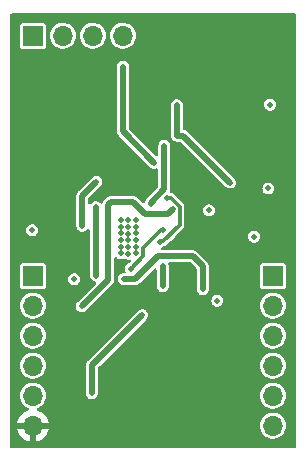
<source format=gbr>
%TF.GenerationSoftware,KiCad,Pcbnew,7.0.9*%
%TF.CreationDate,2024-04-10T11:27:04+02:00*%
%TF.ProjectId,Test_1_PD,54657374-5f31-45f5-9044-2e6b69636164,rev?*%
%TF.SameCoordinates,Original*%
%TF.FileFunction,Copper,L3,Inr*%
%TF.FilePolarity,Positive*%
%FSLAX46Y46*%
G04 Gerber Fmt 4.6, Leading zero omitted, Abs format (unit mm)*
G04 Created by KiCad (PCBNEW 7.0.9) date 2024-04-10 11:27:04*
%MOMM*%
%LPD*%
G01*
G04 APERTURE LIST*
%TA.AperFunction,ComponentPad*%
%ADD10R,1.700000X1.700000*%
%TD*%
%TA.AperFunction,ComponentPad*%
%ADD11O,1.700000X1.700000*%
%TD*%
%TA.AperFunction,ViaPad*%
%ADD12C,0.500000*%
%TD*%
%TA.AperFunction,Conductor*%
%ADD13C,0.500000*%
%TD*%
%TA.AperFunction,Conductor*%
%ADD14C,0.300000*%
%TD*%
G04 APERTURE END LIST*
D10*
%TO.N,unconnected-(J1-Pin_1-Pad1)*%
%TO.C,J1*%
X71120000Y-116840000D03*
D11*
%TO.N,unconnected-(J1-Pin_2-Pad2)*%
X73660000Y-116840000D03*
%TO.N,GND*%
X76200000Y-116840000D03*
%TO.N,Net-(IC1-OUT)*%
X78740000Y-116840000D03*
%TD*%
D10*
%TO.N,/PODL+*%
%TO.C,J2*%
X71120000Y-137160000D03*
D11*
%TO.N,unconnected-(J2-Pin_2-Pad2)*%
X71120000Y-139700000D03*
%TO.N,unconnected-(J2-Pin_3-Pad3)*%
X71120000Y-142240000D03*
%TO.N,unconnected-(J2-Pin_4-Pad4)*%
X71120000Y-144780000D03*
%TO.N,unconnected-(J2-Pin_5-Pad5)*%
X71120000Y-147320000D03*
%TO.N,/PODL-*%
X71120000Y-149860000D03*
%TD*%
D10*
%TO.N,GND*%
%TO.C,J3*%
X91440000Y-137160000D03*
D11*
%TO.N,unconnected-(J3-Pin_2-Pad2)*%
X91440000Y-139700000D03*
%TO.N,unconnected-(J3-Pin_3-Pad3)*%
X91440000Y-142240000D03*
%TO.N,unconnected-(J3-Pin_4-Pad4)*%
X91440000Y-144780000D03*
%TO.N,unconnected-(J3-Pin_5-Pad5)*%
X91440000Y-147320000D03*
%TO.N,GND*%
X91440000Y-149860000D03*
%TD*%
D12*
%TO.N,Net-(D1-K)*%
X75300000Y-132950000D03*
X76500000Y-129200000D03*
%TO.N,Net-(D1-A)*%
X77750000Y-130900000D03*
X83300000Y-122750000D03*
X82950000Y-131550000D03*
X87800000Y-129275000D03*
X75250000Y-139750000D03*
%TO.N,Net-(D2-A)*%
X80350000Y-140500000D03*
X76450000Y-131350000D03*
X76100000Y-147100000D03*
X85500000Y-138300000D03*
X76500000Y-137150000D03*
X78800000Y-137450000D03*
X85500000Y-136350000D03*
%TO.N,GND*%
X78575000Y-133000000D03*
X89850000Y-133850000D03*
X86725000Y-139275000D03*
X79200000Y-133600000D03*
X79825000Y-135275000D03*
X78575000Y-132425000D03*
X79200000Y-133025000D03*
X78575000Y-133575000D03*
X79825000Y-133575000D03*
X79200000Y-135300000D03*
X78575000Y-134700000D03*
X86028080Y-131626757D03*
X79825000Y-134150000D03*
X79200000Y-134725000D03*
X79825000Y-134700000D03*
X78575000Y-134150000D03*
X91050000Y-129775000D03*
X71050000Y-133300000D03*
X79200000Y-134175000D03*
X79825000Y-133000000D03*
X79200000Y-132450000D03*
X91200000Y-122675000D03*
X74600000Y-137450000D03*
X78575000Y-135275000D03*
X79825000Y-132425000D03*
%TO.N,Net-(IC1-CLASSC)*%
X82136102Y-133323487D03*
X79400000Y-136550000D03*
%TO.N,Net-(IC1-SCCP)*%
X82100000Y-138050000D03*
X82100000Y-136350000D03*
%TO.N,Net-(IC1-LGATE1)*%
X82484975Y-130604975D03*
X81874265Y-134274265D03*
%TO.N,Net-(IC1-OUT)*%
X81400000Y-127600000D03*
X78750000Y-119450000D03*
%TO.N,Net-(IC1-GATE)*%
X81108170Y-131055108D03*
X82250000Y-126150000D03*
%TO.N,/PODL-*%
X86050000Y-145500000D03*
%TD*%
D13*
%TO.N,Net-(D1-K)*%
X75300000Y-130400000D02*
X76500000Y-129200000D01*
X75300000Y-132950000D02*
X75300000Y-130400000D01*
%TO.N,Net-(D1-A)*%
X82950000Y-131550000D02*
X82550000Y-131950000D01*
X77500000Y-137500000D02*
X75250000Y-139750000D01*
X77750000Y-130900000D02*
X77500000Y-131150000D01*
X82550000Y-131950000D02*
X80647918Y-131950000D01*
X80647918Y-131950000D02*
X79597918Y-130900000D01*
X77500000Y-131150000D02*
X77500000Y-137500000D01*
X83300000Y-122725000D02*
X83300000Y-122750000D01*
X83300000Y-125298000D02*
X83823000Y-125298000D01*
X79597918Y-130900000D02*
X77750000Y-130900000D01*
X83823000Y-125298000D02*
X87800000Y-129275000D01*
X83300000Y-122750000D02*
X83300000Y-125298000D01*
%TO.N,Net-(D2-A)*%
X85500000Y-138300000D02*
X85500000Y-136350000D01*
X76450000Y-137100000D02*
X76500000Y-137150000D01*
X76100000Y-144750000D02*
X80350000Y-140500000D01*
X81747918Y-135500000D02*
X84650000Y-135500000D01*
X76100000Y-147100000D02*
X76100000Y-144750000D01*
X84650000Y-135500000D02*
X85500000Y-136350000D01*
X76450000Y-131350000D02*
X76450000Y-137100000D01*
X79797918Y-137450000D02*
X81747918Y-135500000D01*
X78800000Y-137450000D02*
X79797918Y-137450000D01*
D14*
%TO.N,Net-(IC1-CLASSC)*%
X80450000Y-134850000D02*
X80450000Y-135500000D01*
X81976513Y-133323487D02*
X80450000Y-134850000D01*
X80450000Y-135500000D02*
X79400000Y-136550000D01*
X82136102Y-133323487D02*
X81976513Y-133323487D01*
D13*
%TO.N,Net-(IC1-SCCP)*%
X82100000Y-138050000D02*
X82100000Y-136350000D01*
D14*
%TO.N,Net-(IC1-LGATE1)*%
X83550000Y-131301471D02*
X82821684Y-130573155D01*
X82156945Y-134242445D02*
X83550000Y-132849390D01*
X83550000Y-132849390D02*
X83550000Y-131301471D01*
X82821684Y-130573155D02*
X82453155Y-130573155D01*
X81842445Y-134242445D02*
X82156945Y-134242445D01*
D13*
%TO.N,Net-(IC1-OUT)*%
X78750000Y-124950000D02*
X81400000Y-127600000D01*
X78750000Y-119450000D02*
X78750000Y-124950000D01*
%TO.N,Net-(IC1-GATE)*%
X82250000Y-129800000D02*
X82250000Y-129850000D01*
X81108170Y-130991830D02*
X81108170Y-131055108D01*
X82250000Y-129850000D02*
X81108170Y-130991830D01*
X82250000Y-126150000D02*
X82250000Y-129800000D01*
%TD*%
%TA.AperFunction,Conductor*%
%TO.N,/PODL-*%
G36*
X93342539Y-114970185D02*
G01*
X93388294Y-115022989D01*
X93399500Y-115074500D01*
X93399500Y-151625500D01*
X93379815Y-151692539D01*
X93327011Y-151738294D01*
X93275500Y-151749500D01*
X69324500Y-151749500D01*
X69257461Y-151729815D01*
X69211706Y-151677011D01*
X69200500Y-151625500D01*
X69200500Y-150110000D01*
X69789364Y-150110000D01*
X69846567Y-150323486D01*
X69846570Y-150323492D01*
X69946399Y-150537578D01*
X70081894Y-150731082D01*
X70248917Y-150898105D01*
X70442421Y-151033600D01*
X70656507Y-151133429D01*
X70656516Y-151133433D01*
X70870000Y-151190634D01*
X70870000Y-150295501D01*
X70977685Y-150344680D01*
X71084237Y-150360000D01*
X71155763Y-150360000D01*
X71262315Y-150344680D01*
X71370000Y-150295501D01*
X71370000Y-151190633D01*
X71583483Y-151133433D01*
X71583492Y-151133429D01*
X71797578Y-151033600D01*
X71991082Y-150898105D01*
X72158105Y-150731082D01*
X72293600Y-150537578D01*
X72393429Y-150323492D01*
X72393432Y-150323486D01*
X72450636Y-150110000D01*
X71553686Y-150110000D01*
X71579493Y-150069844D01*
X71620000Y-149931889D01*
X71620000Y-149860000D01*
X90334785Y-149860000D01*
X90353602Y-150063082D01*
X90409417Y-150259247D01*
X90409422Y-150259260D01*
X90500327Y-150441821D01*
X90623237Y-150604581D01*
X90773958Y-150741980D01*
X90773960Y-150741982D01*
X90873141Y-150803392D01*
X90947363Y-150849348D01*
X91137544Y-150923024D01*
X91338024Y-150960500D01*
X91338026Y-150960500D01*
X91541974Y-150960500D01*
X91541976Y-150960500D01*
X91742456Y-150923024D01*
X91932637Y-150849348D01*
X92106041Y-150741981D01*
X92256764Y-150604579D01*
X92379673Y-150441821D01*
X92470582Y-150259250D01*
X92526397Y-150063083D01*
X92545215Y-149860000D01*
X92526397Y-149656917D01*
X92470582Y-149460750D01*
X92379673Y-149278179D01*
X92256764Y-149115421D01*
X92256762Y-149115418D01*
X92106041Y-148978019D01*
X92106039Y-148978017D01*
X91932642Y-148870655D01*
X91932635Y-148870651D01*
X91806769Y-148821891D01*
X91742456Y-148796976D01*
X91541976Y-148759500D01*
X91338024Y-148759500D01*
X91137544Y-148796976D01*
X91137541Y-148796976D01*
X91137541Y-148796977D01*
X90947364Y-148870651D01*
X90947357Y-148870655D01*
X90773960Y-148978017D01*
X90773958Y-148978019D01*
X90623237Y-149115418D01*
X90500327Y-149278178D01*
X90409422Y-149460739D01*
X90409417Y-149460752D01*
X90353602Y-149656917D01*
X90334785Y-149859999D01*
X90334785Y-149860000D01*
X71620000Y-149860000D01*
X71620000Y-149788111D01*
X71579493Y-149650156D01*
X71553686Y-149610000D01*
X72450636Y-149610000D01*
X72450635Y-149609999D01*
X72393432Y-149396513D01*
X72393429Y-149396507D01*
X72293600Y-149182422D01*
X72293599Y-149182420D01*
X72158113Y-148988926D01*
X72158108Y-148988920D01*
X71991082Y-148821894D01*
X71797578Y-148686399D01*
X71583492Y-148586570D01*
X71583477Y-148586564D01*
X71544414Y-148576097D01*
X71484754Y-148539732D01*
X71454226Y-148476885D01*
X71462521Y-148407509D01*
X71507007Y-148353632D01*
X71531710Y-148340698D01*
X71612637Y-148309348D01*
X71786041Y-148201981D01*
X71936764Y-148064579D01*
X72059673Y-147901821D01*
X72150582Y-147719250D01*
X72206397Y-147523083D01*
X72225215Y-147320000D01*
X72206397Y-147116917D01*
X72201583Y-147099999D01*
X75594353Y-147099999D01*
X75599500Y-147135798D01*
X75614834Y-147242456D01*
X75650248Y-147320000D01*
X75674623Y-147373373D01*
X75768872Y-147482143D01*
X75889947Y-147559953D01*
X75889950Y-147559954D01*
X75889949Y-147559954D01*
X76028036Y-147600499D01*
X76028038Y-147600500D01*
X76028039Y-147600500D01*
X76171962Y-147600500D01*
X76171962Y-147600499D01*
X76310053Y-147559953D01*
X76431128Y-147482143D01*
X76525377Y-147373373D01*
X76549752Y-147320000D01*
X90334785Y-147320000D01*
X90353602Y-147523082D01*
X90409417Y-147719247D01*
X90409422Y-147719260D01*
X90500327Y-147901821D01*
X90623237Y-148064581D01*
X90773958Y-148201980D01*
X90773960Y-148201982D01*
X90873141Y-148263392D01*
X90947363Y-148309348D01*
X91137544Y-148383024D01*
X91338024Y-148420500D01*
X91338026Y-148420500D01*
X91541974Y-148420500D01*
X91541976Y-148420500D01*
X91742456Y-148383024D01*
X91932637Y-148309348D01*
X92106041Y-148201981D01*
X92256764Y-148064579D01*
X92379673Y-147901821D01*
X92470582Y-147719250D01*
X92526397Y-147523083D01*
X92545215Y-147320000D01*
X92526397Y-147116917D01*
X92470582Y-146920750D01*
X92379673Y-146738179D01*
X92256764Y-146575421D01*
X92256762Y-146575418D01*
X92106041Y-146438019D01*
X92106039Y-146438017D01*
X91932642Y-146330655D01*
X91932635Y-146330651D01*
X91837546Y-146293814D01*
X91742456Y-146256976D01*
X91541976Y-146219500D01*
X91338024Y-146219500D01*
X91137544Y-146256976D01*
X91137541Y-146256976D01*
X91137541Y-146256977D01*
X90947364Y-146330651D01*
X90947357Y-146330655D01*
X90773960Y-146438017D01*
X90773958Y-146438019D01*
X90623237Y-146575418D01*
X90500327Y-146738178D01*
X90409422Y-146920739D01*
X90409417Y-146920752D01*
X90353602Y-147116917D01*
X90334785Y-147319999D01*
X90334785Y-147320000D01*
X76549752Y-147320000D01*
X76585165Y-147242457D01*
X76600500Y-147135799D01*
X76600500Y-147135798D01*
X76605647Y-147100000D01*
X76601762Y-147072977D01*
X76600500Y-147055331D01*
X76600500Y-145008675D01*
X76620185Y-144941636D01*
X76636814Y-144920999D01*
X76777813Y-144780000D01*
X90334785Y-144780000D01*
X90353602Y-144983082D01*
X90409417Y-145179247D01*
X90409422Y-145179260D01*
X90500327Y-145361821D01*
X90623237Y-145524581D01*
X90773958Y-145661980D01*
X90773960Y-145661982D01*
X90873141Y-145723392D01*
X90947363Y-145769348D01*
X91137544Y-145843024D01*
X91338024Y-145880500D01*
X91338026Y-145880500D01*
X91541974Y-145880500D01*
X91541976Y-145880500D01*
X91742456Y-145843024D01*
X91932637Y-145769348D01*
X92106041Y-145661981D01*
X92256764Y-145524579D01*
X92379673Y-145361821D01*
X92470582Y-145179250D01*
X92526397Y-144983083D01*
X92545215Y-144780000D01*
X92526397Y-144576917D01*
X92470582Y-144380750D01*
X92462860Y-144365243D01*
X92426272Y-144291764D01*
X92379673Y-144198179D01*
X92256764Y-144035421D01*
X92256762Y-144035418D01*
X92106041Y-143898019D01*
X92106039Y-143898017D01*
X91932642Y-143790655D01*
X91932635Y-143790651D01*
X91837546Y-143753814D01*
X91742456Y-143716976D01*
X91541976Y-143679500D01*
X91338024Y-143679500D01*
X91137544Y-143716976D01*
X91137541Y-143716976D01*
X91137541Y-143716977D01*
X90947364Y-143790651D01*
X90947357Y-143790655D01*
X90773960Y-143898017D01*
X90773958Y-143898019D01*
X90623237Y-144035418D01*
X90500327Y-144198178D01*
X90409422Y-144380739D01*
X90409417Y-144380752D01*
X90353602Y-144576917D01*
X90334785Y-144779999D01*
X90334785Y-144780000D01*
X76777813Y-144780000D01*
X79317812Y-142240000D01*
X90334785Y-142240000D01*
X90353602Y-142443082D01*
X90409417Y-142639247D01*
X90409422Y-142639260D01*
X90500327Y-142821821D01*
X90623237Y-142984581D01*
X90773958Y-143121980D01*
X90773960Y-143121982D01*
X90873141Y-143183392D01*
X90947363Y-143229348D01*
X91137544Y-143303024D01*
X91338024Y-143340500D01*
X91338026Y-143340500D01*
X91541974Y-143340500D01*
X91541976Y-143340500D01*
X91742456Y-143303024D01*
X91932637Y-143229348D01*
X92106041Y-143121981D01*
X92256764Y-142984579D01*
X92379673Y-142821821D01*
X92470582Y-142639250D01*
X92526397Y-142443083D01*
X92545215Y-142240000D01*
X92526397Y-142036917D01*
X92470582Y-141840750D01*
X92379673Y-141658179D01*
X92256764Y-141495421D01*
X92256762Y-141495418D01*
X92106041Y-141358019D01*
X92106039Y-141358017D01*
X91932642Y-141250655D01*
X91932635Y-141250651D01*
X91837546Y-141213814D01*
X91742456Y-141176976D01*
X91541976Y-141139500D01*
X91338024Y-141139500D01*
X91137544Y-141176976D01*
X91137541Y-141176976D01*
X91137541Y-141176977D01*
X90947364Y-141250651D01*
X90947357Y-141250655D01*
X90773960Y-141358017D01*
X90773958Y-141358019D01*
X90623237Y-141495418D01*
X90500327Y-141658178D01*
X90409422Y-141840739D01*
X90409417Y-141840752D01*
X90353602Y-142036917D01*
X90334785Y-142239999D01*
X90334785Y-142240000D01*
X79317812Y-142240000D01*
X80656431Y-140901381D01*
X80677068Y-140884751D01*
X80681128Y-140882143D01*
X80715109Y-140842925D01*
X80718092Y-140839720D01*
X80729221Y-140828593D01*
X80738637Y-140816014D01*
X80741417Y-140812564D01*
X80775377Y-140773373D01*
X80777375Y-140768995D01*
X80790907Y-140746189D01*
X80793796Y-140742331D01*
X80811922Y-140693728D01*
X80813614Y-140689645D01*
X80813750Y-140689348D01*
X80835165Y-140642457D01*
X80835850Y-140637685D01*
X80842409Y-140611992D01*
X80844091Y-140607483D01*
X80847791Y-140555736D01*
X80848260Y-140551369D01*
X80855647Y-140500000D01*
X80854961Y-140495234D01*
X80854015Y-140468729D01*
X80854359Y-140463927D01*
X80843330Y-140413234D01*
X80842547Y-140408895D01*
X80835165Y-140357543D01*
X80833162Y-140353158D01*
X80824788Y-140327995D01*
X80823765Y-140323291D01*
X80798904Y-140277763D01*
X80796921Y-140273802D01*
X80775378Y-140226629D01*
X80775376Y-140226626D01*
X80772218Y-140222981D01*
X80757103Y-140201210D01*
X80754791Y-140196977D01*
X80718111Y-140160297D01*
X80715100Y-140157063D01*
X80681128Y-140117857D01*
X80681125Y-140117854D01*
X80677066Y-140115246D01*
X80656428Y-140098614D01*
X80653023Y-140095209D01*
X80607493Y-140070347D01*
X80603688Y-140068089D01*
X80585194Y-140056204D01*
X80560053Y-140040047D01*
X80555420Y-140038686D01*
X80530939Y-140028545D01*
X80526706Y-140026234D01*
X80526704Y-140026233D01*
X80526703Y-140026233D01*
X80495368Y-140019416D01*
X80476008Y-140015204D01*
X80471727Y-140014111D01*
X80421961Y-139999500D01*
X80417143Y-139999500D01*
X80390785Y-139996666D01*
X80386074Y-139995641D01*
X80386070Y-139995641D01*
X80347552Y-139998396D01*
X80334328Y-139999342D01*
X80329906Y-139999500D01*
X80278036Y-139999500D01*
X80273412Y-140000858D01*
X80247330Y-140005564D01*
X80242517Y-140005909D01*
X80242514Y-140005909D01*
X80242514Y-140005910D01*
X80193916Y-140024035D01*
X80189717Y-140025432D01*
X80139947Y-140040046D01*
X80139942Y-140040049D01*
X80135882Y-140042658D01*
X80112194Y-140054516D01*
X80107669Y-140056204D01*
X80066147Y-140087285D01*
X80062513Y-140089809D01*
X80018877Y-140117853D01*
X80018871Y-140117858D01*
X79984898Y-140157063D01*
X79981882Y-140160303D01*
X75793568Y-144348616D01*
X75772938Y-144365243D01*
X75768876Y-144367854D01*
X75768867Y-144367861D01*
X75734905Y-144407055D01*
X75731892Y-144410291D01*
X75720781Y-144421402D01*
X75711354Y-144433996D01*
X75708587Y-144437428D01*
X75695375Y-144452676D01*
X75674623Y-144476626D01*
X75674617Y-144476636D01*
X75672615Y-144481020D01*
X75659100Y-144503799D01*
X75656206Y-144507664D01*
X75656200Y-144507675D01*
X75638078Y-144556264D01*
X75636385Y-144560353D01*
X75614835Y-144607543D01*
X75614833Y-144607550D01*
X75614146Y-144612327D01*
X75607598Y-144637986D01*
X75605910Y-144642513D01*
X75605909Y-144642517D01*
X75602207Y-144694260D01*
X75601734Y-144698656D01*
X75599500Y-144714199D01*
X75599500Y-144729904D01*
X75599342Y-144734329D01*
X75595641Y-144786069D01*
X75595641Y-144786073D01*
X75596666Y-144790785D01*
X75599500Y-144817143D01*
X75599500Y-147055331D01*
X75598238Y-147072977D01*
X75594353Y-147099999D01*
X72201583Y-147099999D01*
X72150582Y-146920750D01*
X72059673Y-146738179D01*
X71936764Y-146575421D01*
X71936762Y-146575418D01*
X71786041Y-146438019D01*
X71786039Y-146438017D01*
X71612642Y-146330655D01*
X71612635Y-146330651D01*
X71517546Y-146293814D01*
X71422456Y-146256976D01*
X71221976Y-146219500D01*
X71018024Y-146219500D01*
X70817544Y-146256976D01*
X70817541Y-146256976D01*
X70817541Y-146256977D01*
X70627364Y-146330651D01*
X70627357Y-146330655D01*
X70453960Y-146438017D01*
X70453958Y-146438019D01*
X70303237Y-146575418D01*
X70180327Y-146738178D01*
X70089422Y-146920739D01*
X70089417Y-146920752D01*
X70033602Y-147116917D01*
X70014785Y-147319999D01*
X70014785Y-147320000D01*
X70033602Y-147523082D01*
X70089417Y-147719247D01*
X70089422Y-147719260D01*
X70180327Y-147901821D01*
X70303237Y-148064581D01*
X70453958Y-148201980D01*
X70453960Y-148201982D01*
X70553141Y-148263392D01*
X70627363Y-148309348D01*
X70708283Y-148340696D01*
X70763685Y-148383269D01*
X70787276Y-148449035D01*
X70771565Y-148517116D01*
X70721542Y-148565895D01*
X70695586Y-148576097D01*
X70656519Y-148586565D01*
X70656507Y-148586570D01*
X70442422Y-148686399D01*
X70442420Y-148686400D01*
X70248926Y-148821886D01*
X70248920Y-148821891D01*
X70081891Y-148988920D01*
X70081886Y-148988926D01*
X69946400Y-149182420D01*
X69946399Y-149182422D01*
X69846570Y-149396507D01*
X69846567Y-149396513D01*
X69789364Y-149609999D01*
X69789364Y-149610000D01*
X70686314Y-149610000D01*
X70660507Y-149650156D01*
X70620000Y-149788111D01*
X70620000Y-149931889D01*
X70660507Y-150069844D01*
X70686314Y-150110000D01*
X69789364Y-150110000D01*
X69200500Y-150110000D01*
X69200500Y-144780000D01*
X70014785Y-144780000D01*
X70033602Y-144983082D01*
X70089417Y-145179247D01*
X70089422Y-145179260D01*
X70180327Y-145361821D01*
X70303237Y-145524581D01*
X70453958Y-145661980D01*
X70453960Y-145661982D01*
X70553141Y-145723392D01*
X70627363Y-145769348D01*
X70817544Y-145843024D01*
X71018024Y-145880500D01*
X71018026Y-145880500D01*
X71221974Y-145880500D01*
X71221976Y-145880500D01*
X71422456Y-145843024D01*
X71612637Y-145769348D01*
X71786041Y-145661981D01*
X71936764Y-145524579D01*
X72059673Y-145361821D01*
X72150582Y-145179250D01*
X72206397Y-144983083D01*
X72225215Y-144780000D01*
X72206397Y-144576917D01*
X72150582Y-144380750D01*
X72142860Y-144365243D01*
X72106272Y-144291764D01*
X72059673Y-144198179D01*
X71936764Y-144035421D01*
X71936762Y-144035418D01*
X71786041Y-143898019D01*
X71786039Y-143898017D01*
X71612642Y-143790655D01*
X71612635Y-143790651D01*
X71517546Y-143753814D01*
X71422456Y-143716976D01*
X71221976Y-143679500D01*
X71018024Y-143679500D01*
X70817544Y-143716976D01*
X70817541Y-143716976D01*
X70817541Y-143716977D01*
X70627364Y-143790651D01*
X70627357Y-143790655D01*
X70453960Y-143898017D01*
X70453958Y-143898019D01*
X70303237Y-144035418D01*
X70180327Y-144198178D01*
X70089422Y-144380739D01*
X70089417Y-144380752D01*
X70033602Y-144576917D01*
X70014785Y-144779999D01*
X70014785Y-144780000D01*
X69200500Y-144780000D01*
X69200500Y-142240000D01*
X70014785Y-142240000D01*
X70033602Y-142443082D01*
X70089417Y-142639247D01*
X70089422Y-142639260D01*
X70180327Y-142821821D01*
X70303237Y-142984581D01*
X70453958Y-143121980D01*
X70453960Y-143121982D01*
X70553141Y-143183392D01*
X70627363Y-143229348D01*
X70817544Y-143303024D01*
X71018024Y-143340500D01*
X71018026Y-143340500D01*
X71221974Y-143340500D01*
X71221976Y-143340500D01*
X71422456Y-143303024D01*
X71612637Y-143229348D01*
X71786041Y-143121981D01*
X71936764Y-142984579D01*
X72059673Y-142821821D01*
X72150582Y-142639250D01*
X72206397Y-142443083D01*
X72225215Y-142240000D01*
X72206397Y-142036917D01*
X72150582Y-141840750D01*
X72059673Y-141658179D01*
X71936764Y-141495421D01*
X71936762Y-141495418D01*
X71786041Y-141358019D01*
X71786039Y-141358017D01*
X71612642Y-141250655D01*
X71612635Y-141250651D01*
X71517546Y-141213814D01*
X71422456Y-141176976D01*
X71221976Y-141139500D01*
X71018024Y-141139500D01*
X70817544Y-141176976D01*
X70817541Y-141176976D01*
X70817541Y-141176977D01*
X70627364Y-141250651D01*
X70627357Y-141250655D01*
X70453960Y-141358017D01*
X70453958Y-141358019D01*
X70303237Y-141495418D01*
X70180327Y-141658178D01*
X70089422Y-141840739D01*
X70089417Y-141840752D01*
X70033602Y-142036917D01*
X70014785Y-142239999D01*
X70014785Y-142240000D01*
X69200500Y-142240000D01*
X69200500Y-139700000D01*
X70014785Y-139700000D01*
X70033602Y-139903082D01*
X70089417Y-140099247D01*
X70089422Y-140099260D01*
X70180327Y-140281821D01*
X70303237Y-140444581D01*
X70453958Y-140581980D01*
X70453960Y-140581982D01*
X70522610Y-140624488D01*
X70627363Y-140689348D01*
X70817544Y-140763024D01*
X71018024Y-140800500D01*
X71018026Y-140800500D01*
X71221974Y-140800500D01*
X71221976Y-140800500D01*
X71422456Y-140763024D01*
X71612637Y-140689348D01*
X71786041Y-140581981D01*
X71936764Y-140444579D01*
X72059673Y-140281821D01*
X72150582Y-140099250D01*
X72206397Y-139903083D01*
X72220582Y-139750003D01*
X74744353Y-139750003D01*
X74745039Y-139754777D01*
X74745985Y-139781255D01*
X74745641Y-139786068D01*
X74745641Y-139786073D01*
X74756666Y-139836753D01*
X74757452Y-139841110D01*
X74764834Y-139892453D01*
X74764836Y-139892461D01*
X74766837Y-139896842D01*
X74775208Y-139921990D01*
X74776233Y-139926705D01*
X74776234Y-139926707D01*
X74801095Y-139972236D01*
X74803076Y-139976193D01*
X74824622Y-140023371D01*
X74824624Y-140023374D01*
X74827781Y-140027018D01*
X74842890Y-140048778D01*
X74845206Y-140053019D01*
X74845207Y-140053020D01*
X74845209Y-140053023D01*
X74881901Y-140089715D01*
X74884896Y-140092932D01*
X74890379Y-140099260D01*
X74918871Y-140132142D01*
X74918874Y-140132145D01*
X74922928Y-140134750D01*
X74943571Y-140151385D01*
X74946977Y-140154791D01*
X74961474Y-140162707D01*
X74992503Y-140179651D01*
X74996308Y-140181909D01*
X75024676Y-140200139D01*
X75039947Y-140209953D01*
X75044566Y-140211309D01*
X75069064Y-140221456D01*
X75073294Y-140223766D01*
X75123998Y-140234796D01*
X75128262Y-140235884D01*
X75156205Y-140244089D01*
X75178038Y-140250500D01*
X75178039Y-140250500D01*
X75182857Y-140250500D01*
X75209215Y-140253334D01*
X75213927Y-140254359D01*
X75265671Y-140250657D01*
X75270094Y-140250500D01*
X75321960Y-140250500D01*
X75321961Y-140250500D01*
X75326573Y-140249145D01*
X75352678Y-140244434D01*
X75357483Y-140244091D01*
X75406105Y-140225954D01*
X75410261Y-140224571D01*
X75460053Y-140209953D01*
X75464110Y-140207345D01*
X75487821Y-140195478D01*
X75492328Y-140193797D01*
X75492327Y-140193797D01*
X75492331Y-140193796D01*
X75533860Y-140162706D01*
X75537481Y-140160192D01*
X75581128Y-140132143D01*
X75615115Y-140092917D01*
X75618098Y-140089714D01*
X76432812Y-139275000D01*
X86219353Y-139275000D01*
X86239834Y-139417456D01*
X86299622Y-139548371D01*
X86299623Y-139548373D01*
X86393872Y-139657143D01*
X86514947Y-139734953D01*
X86514950Y-139734954D01*
X86514949Y-139734954D01*
X86653036Y-139775499D01*
X86653038Y-139775500D01*
X86653039Y-139775500D01*
X86796962Y-139775500D01*
X86796962Y-139775499D01*
X86935053Y-139734953D01*
X86989441Y-139700000D01*
X90334785Y-139700000D01*
X90353602Y-139903082D01*
X90409417Y-140099247D01*
X90409422Y-140099260D01*
X90500327Y-140281821D01*
X90623237Y-140444581D01*
X90773958Y-140581980D01*
X90773960Y-140581982D01*
X90842610Y-140624488D01*
X90947363Y-140689348D01*
X91137544Y-140763024D01*
X91338024Y-140800500D01*
X91338026Y-140800500D01*
X91541974Y-140800500D01*
X91541976Y-140800500D01*
X91742456Y-140763024D01*
X91932637Y-140689348D01*
X92106041Y-140581981D01*
X92256764Y-140444579D01*
X92379673Y-140281821D01*
X92470582Y-140099250D01*
X92526397Y-139903083D01*
X92545215Y-139700000D01*
X92539888Y-139642516D01*
X92526397Y-139496917D01*
X92520624Y-139476626D01*
X92470582Y-139300750D01*
X92379673Y-139118179D01*
X92256764Y-138955421D01*
X92256762Y-138955418D01*
X92106041Y-138818019D01*
X92106039Y-138818017D01*
X91932642Y-138710655D01*
X91932635Y-138710651D01*
X91837546Y-138673814D01*
X91742456Y-138636976D01*
X91541976Y-138599500D01*
X91338024Y-138599500D01*
X91137544Y-138636976D01*
X91137541Y-138636976D01*
X91137541Y-138636977D01*
X90947364Y-138710651D01*
X90947357Y-138710655D01*
X90773960Y-138818017D01*
X90773958Y-138818019D01*
X90623237Y-138955418D01*
X90500327Y-139118178D01*
X90409422Y-139300739D01*
X90409417Y-139300752D01*
X90353602Y-139496917D01*
X90334785Y-139699999D01*
X90334785Y-139700000D01*
X86989441Y-139700000D01*
X87056128Y-139657143D01*
X87150377Y-139548373D01*
X87210165Y-139417457D01*
X87230647Y-139275000D01*
X87210165Y-139132543D01*
X87150377Y-139001627D01*
X87056128Y-138892857D01*
X86935053Y-138815047D01*
X86935051Y-138815046D01*
X86935049Y-138815045D01*
X86935050Y-138815045D01*
X86796963Y-138774500D01*
X86796961Y-138774500D01*
X86653039Y-138774500D01*
X86653036Y-138774500D01*
X86514949Y-138815045D01*
X86393873Y-138892856D01*
X86299623Y-139001626D01*
X86299622Y-139001628D01*
X86239834Y-139132543D01*
X86219353Y-139275000D01*
X76432812Y-139275000D01*
X77806431Y-137901381D01*
X77827068Y-137884751D01*
X77831128Y-137882143D01*
X77865109Y-137842925D01*
X77868092Y-137839720D01*
X77879221Y-137828593D01*
X77887069Y-137818108D01*
X77888637Y-137816014D01*
X77891417Y-137812564D01*
X77903165Y-137799006D01*
X77925377Y-137773373D01*
X77927375Y-137768995D01*
X77940907Y-137746189D01*
X77943796Y-137742331D01*
X77961922Y-137693728D01*
X77963614Y-137689645D01*
X77966640Y-137683019D01*
X77985165Y-137642457D01*
X77985850Y-137637685D01*
X77992409Y-137611992D01*
X77994091Y-137607483D01*
X77997791Y-137555740D01*
X77998265Y-137551340D01*
X78000500Y-137535799D01*
X78000500Y-137520094D01*
X78000658Y-137515669D01*
X78002160Y-137494667D01*
X78004359Y-137463927D01*
X78003332Y-137459206D01*
X78000500Y-137432858D01*
X78000500Y-135708733D01*
X78020185Y-135641694D01*
X78072989Y-135595939D01*
X78142147Y-135585995D01*
X78205703Y-135615020D01*
X78218208Y-135627525D01*
X78243872Y-135657143D01*
X78364947Y-135734953D01*
X78364950Y-135734954D01*
X78364949Y-135734954D01*
X78503036Y-135775499D01*
X78503038Y-135775500D01*
X78503039Y-135775500D01*
X78646962Y-135775500D01*
X78646962Y-135775499D01*
X78785053Y-135734953D01*
X78801009Y-135724698D01*
X78868046Y-135705013D01*
X78935086Y-135724696D01*
X78935088Y-135724698D01*
X78989944Y-135759952D01*
X78989949Y-135759954D01*
X79128036Y-135800499D01*
X79128038Y-135800500D01*
X79280830Y-135800500D01*
X79280830Y-135803323D01*
X79335727Y-135811207D01*
X79388538Y-135856953D01*
X79408234Y-135923989D01*
X79388561Y-135991032D01*
X79371915Y-136011691D01*
X79359009Y-136024597D01*
X79306263Y-136055893D01*
X79189949Y-136090045D01*
X79068873Y-136167856D01*
X78974623Y-136276626D01*
X78974622Y-136276628D01*
X78914834Y-136407543D01*
X78894353Y-136550000D01*
X78914834Y-136692457D01*
X78914835Y-136692458D01*
X78952069Y-136773989D01*
X78962013Y-136843147D01*
X78932988Y-136906703D01*
X78874210Y-136944477D01*
X78839275Y-136949500D01*
X78728039Y-136949500D01*
X78728036Y-136949500D01*
X78728034Y-136949501D01*
X78701842Y-136957190D01*
X78684568Y-136960948D01*
X78657544Y-136964834D01*
X78657541Y-136964835D01*
X78632710Y-136976175D01*
X78616141Y-136982355D01*
X78603171Y-136986163D01*
X78589947Y-136990047D01*
X78589945Y-136990047D01*
X78589945Y-136990048D01*
X78566982Y-137004805D01*
X78551461Y-137013280D01*
X78526628Y-137024621D01*
X78526625Y-137024623D01*
X78506000Y-137042495D01*
X78491840Y-137053095D01*
X78468876Y-137067853D01*
X78468871Y-137067857D01*
X78450993Y-137088489D01*
X78438489Y-137100993D01*
X78417857Y-137118871D01*
X78417853Y-137118876D01*
X78403095Y-137141840D01*
X78392495Y-137156000D01*
X78374623Y-137176625D01*
X78374621Y-137176628D01*
X78363280Y-137201461D01*
X78354805Y-137216982D01*
X78340047Y-137239946D01*
X78332355Y-137266141D01*
X78326175Y-137282711D01*
X78314835Y-137307543D01*
X78310949Y-137334568D01*
X78307189Y-137351851D01*
X78299500Y-137378039D01*
X78299500Y-137405331D01*
X78298238Y-137422977D01*
X78295368Y-137442942D01*
X78294353Y-137450000D01*
X78296356Y-137463930D01*
X78298238Y-137477020D01*
X78299500Y-137494667D01*
X78299500Y-137521964D01*
X78307188Y-137548148D01*
X78310949Y-137565432D01*
X78314835Y-137592457D01*
X78314835Y-137592459D01*
X78326172Y-137617282D01*
X78332355Y-137633858D01*
X78340046Y-137660051D01*
X78340047Y-137660053D01*
X78354806Y-137683019D01*
X78363282Y-137698541D01*
X78374623Y-137723373D01*
X78386437Y-137737007D01*
X78392496Y-137744000D01*
X78403095Y-137758160D01*
X78417853Y-137781123D01*
X78417857Y-137781128D01*
X78438488Y-137799006D01*
X78450992Y-137811510D01*
X78465793Y-137828590D01*
X78468872Y-137832143D01*
X78491844Y-137846905D01*
X78505996Y-137857500D01*
X78526627Y-137875377D01*
X78543135Y-137882916D01*
X78551451Y-137886714D01*
X78566978Y-137895192D01*
X78589947Y-137909953D01*
X78616136Y-137917643D01*
X78632713Y-137923826D01*
X78657538Y-137935163D01*
X78657539Y-137935163D01*
X78657543Y-137935165D01*
X78684564Y-137939050D01*
X78701846Y-137942809D01*
X78728039Y-137950500D01*
X78764201Y-137950500D01*
X79730775Y-137950500D01*
X79757133Y-137953334D01*
X79761845Y-137954359D01*
X79813589Y-137950657D01*
X79818012Y-137950500D01*
X79833717Y-137950500D01*
X79849260Y-137948264D01*
X79853658Y-137947791D01*
X79905401Y-137944091D01*
X79909910Y-137942408D01*
X79935603Y-137935850D01*
X79940375Y-137935165D01*
X79987564Y-137913613D01*
X79991646Y-137911922D01*
X80020556Y-137901140D01*
X80040247Y-137893797D01*
X80040247Y-137893796D01*
X80040249Y-137893796D01*
X80044107Y-137890907D01*
X80066913Y-137877375D01*
X80071291Y-137875377D01*
X80110482Y-137841416D01*
X80113932Y-137838637D01*
X80116848Y-137836453D01*
X80126511Y-137829221D01*
X80137638Y-137818092D01*
X80140843Y-137815109D01*
X80180061Y-137781128D01*
X80182669Y-137777068D01*
X80199299Y-137756431D01*
X81387819Y-136567912D01*
X81449142Y-136534427D01*
X81518834Y-136539411D01*
X81574767Y-136581283D01*
X81599184Y-136646747D01*
X81599500Y-136655593D01*
X81599500Y-138005331D01*
X81598238Y-138022977D01*
X81594353Y-138049999D01*
X81599500Y-138085798D01*
X81614834Y-138192456D01*
X81663948Y-138299999D01*
X81674623Y-138323373D01*
X81768872Y-138432143D01*
X81889947Y-138509953D01*
X81889950Y-138509954D01*
X81889949Y-138509954D01*
X82028036Y-138550499D01*
X82028038Y-138550500D01*
X82028039Y-138550500D01*
X82171962Y-138550500D01*
X82171962Y-138550499D01*
X82310053Y-138509953D01*
X82431128Y-138432143D01*
X82525377Y-138323373D01*
X82585165Y-138192457D01*
X82600500Y-138085799D01*
X82600500Y-138085798D01*
X82605647Y-138050000D01*
X82601762Y-138022977D01*
X82600500Y-138005331D01*
X82600500Y-136394667D01*
X82601762Y-136377020D01*
X82605647Y-136350000D01*
X82585165Y-136207543D01*
X82570764Y-136176011D01*
X82560821Y-136106853D01*
X82589846Y-136043298D01*
X82648624Y-136005523D01*
X82683559Y-136000500D01*
X84391324Y-136000500D01*
X84458363Y-136020185D01*
X84479005Y-136036819D01*
X84963181Y-136520995D01*
X84996666Y-136582318D01*
X84999500Y-136608676D01*
X84999500Y-138255331D01*
X84998238Y-138272977D01*
X84994353Y-138299999D01*
X84999500Y-138335798D01*
X85014834Y-138442456D01*
X85045660Y-138509954D01*
X85074623Y-138573373D01*
X85168872Y-138682143D01*
X85289947Y-138759953D01*
X85289950Y-138759954D01*
X85289949Y-138759954D01*
X85428036Y-138800499D01*
X85428038Y-138800500D01*
X85428039Y-138800500D01*
X85571962Y-138800500D01*
X85571962Y-138800499D01*
X85710053Y-138759953D01*
X85831128Y-138682143D01*
X85925377Y-138573373D01*
X85985165Y-138442457D01*
X86000500Y-138335799D01*
X86000500Y-138335798D01*
X86005647Y-138300000D01*
X86001762Y-138272977D01*
X86000500Y-138255331D01*
X86000500Y-138034678D01*
X90339500Y-138034678D01*
X90354032Y-138107735D01*
X90354033Y-138107739D01*
X90354034Y-138107740D01*
X90409399Y-138190601D01*
X90492260Y-138245966D01*
X90492264Y-138245967D01*
X90565321Y-138260499D01*
X90565324Y-138260500D01*
X90565326Y-138260500D01*
X92314676Y-138260500D01*
X92314677Y-138260499D01*
X92387740Y-138245966D01*
X92470601Y-138190601D01*
X92525966Y-138107740D01*
X92540500Y-138034674D01*
X92540500Y-136285326D01*
X92540500Y-136285323D01*
X92540499Y-136285321D01*
X92525967Y-136212264D01*
X92525966Y-136212260D01*
X92496297Y-136167857D01*
X92470601Y-136129399D01*
X92387740Y-136074034D01*
X92387739Y-136074033D01*
X92387735Y-136074032D01*
X92314677Y-136059500D01*
X92314674Y-136059500D01*
X90565326Y-136059500D01*
X90565323Y-136059500D01*
X90492264Y-136074032D01*
X90492260Y-136074033D01*
X90409399Y-136129399D01*
X90354033Y-136212260D01*
X90354032Y-136212264D01*
X90339500Y-136285321D01*
X90339500Y-138034678D01*
X86000500Y-138034678D01*
X86000500Y-136417144D01*
X86003334Y-136390783D01*
X86004359Y-136386073D01*
X86004015Y-136381266D01*
X86004962Y-136354762D01*
X86005647Y-136350000D01*
X85998261Y-136298635D01*
X85997791Y-136294262D01*
X85994091Y-136242517D01*
X85992407Y-136238002D01*
X85985850Y-136212312D01*
X85985165Y-136207543D01*
X85963612Y-136160351D01*
X85961932Y-136156295D01*
X85943796Y-136107669D01*
X85940905Y-136103807D01*
X85927379Y-136081010D01*
X85925377Y-136076627D01*
X85917856Y-136067947D01*
X85891411Y-136037427D01*
X85888633Y-136033979D01*
X85879229Y-136021417D01*
X85879224Y-136021412D01*
X85879221Y-136021407D01*
X85868097Y-136010283D01*
X85865103Y-136007067D01*
X85831128Y-135967857D01*
X85831125Y-135967854D01*
X85827066Y-135965246D01*
X85806428Y-135948614D01*
X85051385Y-135193571D01*
X85034750Y-135172928D01*
X85032145Y-135168874D01*
X85032142Y-135168871D01*
X85025147Y-135162810D01*
X84992932Y-135134896D01*
X84989700Y-135131886D01*
X84978596Y-135120782D01*
X84978588Y-135120775D01*
X84972200Y-135115993D01*
X84966008Y-135111358D01*
X84962581Y-135108597D01*
X84923373Y-135074623D01*
X84923371Y-135074622D01*
X84923367Y-135074619D01*
X84918983Y-135072617D01*
X84896194Y-135059096D01*
X84892331Y-135056204D01*
X84892329Y-135056203D01*
X84843716Y-135038071D01*
X84839642Y-135036383D01*
X84792457Y-135014835D01*
X84792455Y-135014834D01*
X84787682Y-135014148D01*
X84762000Y-135007593D01*
X84757485Y-135005909D01*
X84705740Y-135002207D01*
X84701343Y-135001734D01*
X84685799Y-134999500D01*
X84670094Y-134999500D01*
X84665671Y-134999342D01*
X84648083Y-134998084D01*
X84613929Y-134995641D01*
X84613925Y-134995641D01*
X84609215Y-134996666D01*
X84582857Y-134999500D01*
X82043289Y-134999500D01*
X81976250Y-134979815D01*
X81930495Y-134927011D01*
X81920551Y-134857853D01*
X81949576Y-134794297D01*
X82008354Y-134756523D01*
X82008355Y-134756523D01*
X82084315Y-134734219D01*
X82084315Y-134734218D01*
X82084318Y-134734218D01*
X82205393Y-134656408D01*
X82205393Y-134656407D01*
X82212854Y-134651613D01*
X82214305Y-134653871D01*
X82263207Y-134631106D01*
X82282249Y-134628091D01*
X82301989Y-134618031D01*
X82319956Y-134610589D01*
X82341035Y-134603741D01*
X82358971Y-134590708D01*
X82375533Y-134580559D01*
X82395287Y-134570495D01*
X82410779Y-134555002D01*
X82410786Y-134554997D01*
X82769787Y-134195996D01*
X83115783Y-133850000D01*
X89344353Y-133850000D01*
X89364834Y-133992456D01*
X89424622Y-134123371D01*
X89424623Y-134123373D01*
X89518872Y-134232143D01*
X89639947Y-134309953D01*
X89639950Y-134309954D01*
X89639949Y-134309954D01*
X89778036Y-134350499D01*
X89778038Y-134350500D01*
X89778039Y-134350500D01*
X89921962Y-134350500D01*
X89921962Y-134350499D01*
X90060053Y-134309953D01*
X90181128Y-134232143D01*
X90275377Y-134123373D01*
X90335165Y-133992457D01*
X90355647Y-133850000D01*
X90335165Y-133707543D01*
X90275377Y-133576627D01*
X90181128Y-133467857D01*
X90060053Y-133390047D01*
X90060051Y-133390046D01*
X90060049Y-133390045D01*
X90060050Y-133390045D01*
X89921963Y-133349500D01*
X89921961Y-133349500D01*
X89778039Y-133349500D01*
X89778036Y-133349500D01*
X89639949Y-133390045D01*
X89518873Y-133467856D01*
X89424623Y-133576626D01*
X89424622Y-133576628D01*
X89364834Y-133707543D01*
X89344353Y-133850000D01*
X83115783Y-133850000D01*
X83855483Y-133110299D01*
X83878050Y-133087732D01*
X83888109Y-133067987D01*
X83898271Y-133051404D01*
X83911296Y-133033480D01*
X83918141Y-133012412D01*
X83925586Y-132994435D01*
X83935646Y-132974694D01*
X83939112Y-132952805D01*
X83943652Y-132933891D01*
X83950499Y-132912823D01*
X83950499Y-132883466D01*
X83950500Y-132883441D01*
X83950500Y-131626757D01*
X85522433Y-131626757D01*
X85542914Y-131769213D01*
X85589428Y-131871063D01*
X85602703Y-131900130D01*
X85696952Y-132008900D01*
X85818027Y-132086710D01*
X85818030Y-132086711D01*
X85818029Y-132086711D01*
X85956116Y-132127256D01*
X85956118Y-132127257D01*
X85956119Y-132127257D01*
X86100042Y-132127257D01*
X86100042Y-132127256D01*
X86238133Y-132086710D01*
X86359208Y-132008900D01*
X86453457Y-131900130D01*
X86513245Y-131769214D01*
X86533727Y-131626757D01*
X86513245Y-131484300D01*
X86453457Y-131353384D01*
X86359208Y-131244614D01*
X86238133Y-131166804D01*
X86238131Y-131166803D01*
X86238129Y-131166802D01*
X86238130Y-131166802D01*
X86100043Y-131126257D01*
X86100041Y-131126257D01*
X85956119Y-131126257D01*
X85956116Y-131126257D01*
X85818029Y-131166802D01*
X85696953Y-131244613D01*
X85602703Y-131353383D01*
X85602702Y-131353385D01*
X85542914Y-131484300D01*
X85522433Y-131626757D01*
X83950500Y-131626757D01*
X83950500Y-131267630D01*
X83950499Y-131267600D01*
X83950499Y-131238039D01*
X83950499Y-131238038D01*
X83943653Y-131216972D01*
X83939111Y-131198051D01*
X83939034Y-131197565D01*
X83935646Y-131176167D01*
X83925586Y-131156423D01*
X83918140Y-131138445D01*
X83911297Y-131117384D01*
X83911296Y-131117383D01*
X83911296Y-131117381D01*
X83898269Y-131099452D01*
X83888104Y-131082863D01*
X83888036Y-131082730D01*
X83878050Y-131063129D01*
X83788342Y-130973421D01*
X83613015Y-130798094D01*
X83080971Y-130266048D01*
X83080940Y-130266019D01*
X83060026Y-130245105D01*
X83060025Y-130245104D01*
X83040284Y-130235045D01*
X83023698Y-130224881D01*
X83005774Y-130211859D01*
X83005775Y-130211859D01*
X82984702Y-130205012D01*
X82966729Y-130197567D01*
X82946991Y-130187510D01*
X82946988Y-130187509D01*
X82925102Y-130184042D01*
X82906191Y-130179501D01*
X82885123Y-130172656D01*
X82885118Y-130172655D01*
X82885117Y-130172655D01*
X82885113Y-130172655D01*
X82845819Y-130172655D01*
X82778780Y-130152970D01*
X82733025Y-130100166D01*
X82723081Y-130031008D01*
X82733026Y-129997140D01*
X82735165Y-129992457D01*
X82735851Y-129987683D01*
X82742407Y-129961996D01*
X82744091Y-129957483D01*
X82744091Y-129957478D01*
X82744092Y-129957477D01*
X82746953Y-129917456D01*
X82747791Y-129905727D01*
X82748258Y-129901385D01*
X82750500Y-129885799D01*
X82750500Y-129870083D01*
X82750658Y-129865658D01*
X82754358Y-129813927D01*
X82754357Y-129813923D01*
X82753334Y-129809219D01*
X82750500Y-129782862D01*
X82750500Y-126194667D01*
X82751762Y-126177020D01*
X82755647Y-126150000D01*
X82735165Y-126007543D01*
X82675377Y-125876627D01*
X82581128Y-125767857D01*
X82460053Y-125690047D01*
X82460051Y-125690046D01*
X82460049Y-125690045D01*
X82460050Y-125690045D01*
X82321963Y-125649500D01*
X82321961Y-125649500D01*
X82178039Y-125649500D01*
X82178036Y-125649500D01*
X82039949Y-125690045D01*
X81918873Y-125767856D01*
X81824623Y-125876626D01*
X81824622Y-125876628D01*
X81764834Y-126007543D01*
X81744353Y-126150000D01*
X81748238Y-126177020D01*
X81749500Y-126194667D01*
X81749500Y-126942324D01*
X81729815Y-127009363D01*
X81677011Y-127055118D01*
X81607853Y-127065062D01*
X81544297Y-127036037D01*
X81537819Y-127030005D01*
X79286819Y-124779005D01*
X79253334Y-124717682D01*
X79250500Y-124691324D01*
X79250500Y-122749999D01*
X82794353Y-122749999D01*
X82798238Y-122777020D01*
X82799500Y-122794667D01*
X82799500Y-125369963D01*
X82807190Y-125396154D01*
X82810947Y-125413423D01*
X82814835Y-125440457D01*
X82826173Y-125465283D01*
X82832355Y-125481858D01*
X82840046Y-125508051D01*
X82840047Y-125508053D01*
X82854806Y-125531019D01*
X82863282Y-125546541D01*
X82874623Y-125571373D01*
X82886437Y-125585007D01*
X82892496Y-125592000D01*
X82903095Y-125606160D01*
X82917853Y-125629123D01*
X82917857Y-125629128D01*
X82938488Y-125647006D01*
X82950992Y-125659510D01*
X82968871Y-125680142D01*
X82968872Y-125680143D01*
X82991844Y-125694905D01*
X83005996Y-125705500D01*
X83026627Y-125723377D01*
X83049899Y-125734005D01*
X83051451Y-125734714D01*
X83066978Y-125743192D01*
X83089947Y-125757953D01*
X83116136Y-125765643D01*
X83132713Y-125771826D01*
X83157538Y-125783163D01*
X83157539Y-125783163D01*
X83157543Y-125783165D01*
X83184564Y-125787050D01*
X83201846Y-125790809D01*
X83228039Y-125798500D01*
X83264201Y-125798500D01*
X83564324Y-125798500D01*
X83631363Y-125818185D01*
X83652005Y-125834819D01*
X87431894Y-129614707D01*
X87434889Y-129617924D01*
X87468872Y-129657143D01*
X87512519Y-129685193D01*
X87516149Y-129687714D01*
X87557669Y-129718796D01*
X87562183Y-129720479D01*
X87585888Y-129732344D01*
X87589947Y-129734953D01*
X87639737Y-129749571D01*
X87643894Y-129750955D01*
X87692517Y-129769091D01*
X87697320Y-129769434D01*
X87723421Y-129774144D01*
X87724717Y-129774524D01*
X87728039Y-129775500D01*
X87779906Y-129775500D01*
X87784328Y-129775657D01*
X87836073Y-129779359D01*
X87840785Y-129778334D01*
X87867143Y-129775500D01*
X87871961Y-129775500D01*
X87873664Y-129775000D01*
X90544353Y-129775000D01*
X90564834Y-129917456D01*
X90621557Y-130041660D01*
X90624623Y-130048373D01*
X90718872Y-130157143D01*
X90839947Y-130234953D01*
X90839950Y-130234954D01*
X90839949Y-130234954D01*
X90978036Y-130275499D01*
X90978038Y-130275500D01*
X90978039Y-130275500D01*
X91121962Y-130275500D01*
X91121962Y-130275499D01*
X91260053Y-130234953D01*
X91381128Y-130157143D01*
X91475377Y-130048373D01*
X91535165Y-129917457D01*
X91555647Y-129775000D01*
X91535165Y-129632543D01*
X91475377Y-129501627D01*
X91381128Y-129392857D01*
X91260053Y-129315047D01*
X91260051Y-129315046D01*
X91260049Y-129315045D01*
X91260050Y-129315045D01*
X91121963Y-129274500D01*
X91121961Y-129274500D01*
X90978039Y-129274500D01*
X90978036Y-129274500D01*
X90839949Y-129315045D01*
X90718873Y-129392856D01*
X90624623Y-129501626D01*
X90624622Y-129501628D01*
X90564834Y-129632543D01*
X90544353Y-129775000D01*
X87873664Y-129775000D01*
X87921743Y-129760882D01*
X87926000Y-129759796D01*
X87976706Y-129748766D01*
X87980928Y-129746460D01*
X88005435Y-129736309D01*
X88006792Y-129735910D01*
X88010053Y-129734953D01*
X88053700Y-129706902D01*
X88057487Y-129704655D01*
X88103023Y-129679791D01*
X88106429Y-129676383D01*
X88127070Y-129659750D01*
X88131128Y-129657143D01*
X88165116Y-129617916D01*
X88168098Y-129614714D01*
X88204791Y-129578023D01*
X88207099Y-129573795D01*
X88222225Y-129552010D01*
X88225377Y-129548373D01*
X88246935Y-129501165D01*
X88248896Y-129497248D01*
X88273766Y-129451706D01*
X88274789Y-129447001D01*
X88283164Y-129421837D01*
X88285165Y-129417457D01*
X88292548Y-129366100D01*
X88293331Y-129361763D01*
X88304359Y-129311075D01*
X88304015Y-129306267D01*
X88304962Y-129279762D01*
X88305647Y-129275000D01*
X88298261Y-129223635D01*
X88297791Y-129219262D01*
X88294091Y-129167517D01*
X88292407Y-129163002D01*
X88285850Y-129137312D01*
X88285165Y-129132543D01*
X88276349Y-129113240D01*
X88263616Y-129085359D01*
X88261932Y-129081295D01*
X88243796Y-129032669D01*
X88240905Y-129028807D01*
X88227379Y-129006010D01*
X88225377Y-129001627D01*
X88225375Y-129001625D01*
X88225375Y-129001624D01*
X88225374Y-129001623D01*
X88191403Y-128962418D01*
X88188625Y-128958970D01*
X88179224Y-128946412D01*
X88179222Y-128946410D01*
X88179220Y-128946407D01*
X88168117Y-128935304D01*
X88165100Y-128932063D01*
X88131128Y-128892857D01*
X88127071Y-128890250D01*
X88106427Y-128873614D01*
X84224385Y-124991571D01*
X84207750Y-124970928D01*
X84205145Y-124966874D01*
X84205142Y-124966871D01*
X84198147Y-124960810D01*
X84165932Y-124932896D01*
X84162700Y-124929886D01*
X84151596Y-124918782D01*
X84151588Y-124918775D01*
X84139013Y-124909362D01*
X84135583Y-124906598D01*
X84096373Y-124872623D01*
X84096371Y-124872622D01*
X84096367Y-124872619D01*
X84091983Y-124870617D01*
X84069194Y-124857096D01*
X84065331Y-124854204D01*
X84065329Y-124854203D01*
X84016716Y-124836071D01*
X84012642Y-124834383D01*
X83965457Y-124812835D01*
X83965455Y-124812834D01*
X83960682Y-124812148D01*
X83935000Y-124805593D01*
X83930485Y-124803909D01*
X83915651Y-124802848D01*
X83850187Y-124778429D01*
X83808317Y-124722494D01*
X83800500Y-124679164D01*
X83800500Y-122794667D01*
X83801762Y-122777020D01*
X83805647Y-122749999D01*
X83801762Y-122722977D01*
X83800500Y-122705331D01*
X83800500Y-122689204D01*
X83800500Y-122689201D01*
X83798458Y-122675000D01*
X90694353Y-122675000D01*
X90714834Y-122817456D01*
X90774622Y-122948371D01*
X90774623Y-122948373D01*
X90868872Y-123057143D01*
X90989947Y-123134953D01*
X90989950Y-123134954D01*
X90989949Y-123134954D01*
X91128036Y-123175499D01*
X91128038Y-123175500D01*
X91128039Y-123175500D01*
X91271962Y-123175500D01*
X91271962Y-123175499D01*
X91410053Y-123134953D01*
X91531128Y-123057143D01*
X91625377Y-122948373D01*
X91685165Y-122817457D01*
X91705647Y-122675000D01*
X91685165Y-122532543D01*
X91625377Y-122401627D01*
X91531128Y-122292857D01*
X91410053Y-122215047D01*
X91410051Y-122215046D01*
X91410049Y-122215045D01*
X91410050Y-122215045D01*
X91271963Y-122174500D01*
X91271961Y-122174500D01*
X91128039Y-122174500D01*
X91128036Y-122174500D01*
X90989949Y-122215045D01*
X90868873Y-122292856D01*
X90774623Y-122401626D01*
X90774622Y-122401628D01*
X90714834Y-122532543D01*
X90694353Y-122675000D01*
X83798458Y-122675000D01*
X83785165Y-122582543D01*
X83725377Y-122451627D01*
X83631128Y-122342857D01*
X83510053Y-122265047D01*
X83510051Y-122265046D01*
X83510049Y-122265045D01*
X83510050Y-122265045D01*
X83371963Y-122224500D01*
X83371961Y-122224500D01*
X83228039Y-122224500D01*
X83228036Y-122224500D01*
X83089949Y-122265045D01*
X82968873Y-122342856D01*
X82874623Y-122451626D01*
X82874622Y-122451628D01*
X82814834Y-122582543D01*
X82799500Y-122689202D01*
X82799500Y-122705331D01*
X82798238Y-122722977D01*
X82794353Y-122749999D01*
X79250500Y-122749999D01*
X79250500Y-119494667D01*
X79251762Y-119477020D01*
X79255647Y-119450000D01*
X79235165Y-119307543D01*
X79175377Y-119176627D01*
X79081128Y-119067857D01*
X78960053Y-118990047D01*
X78960051Y-118990046D01*
X78960049Y-118990045D01*
X78960050Y-118990045D01*
X78821963Y-118949500D01*
X78821961Y-118949500D01*
X78678039Y-118949500D01*
X78678036Y-118949500D01*
X78539949Y-118990045D01*
X78418873Y-119067856D01*
X78324623Y-119176626D01*
X78324622Y-119176628D01*
X78264834Y-119307543D01*
X78244353Y-119450000D01*
X78248238Y-119477020D01*
X78249500Y-119494667D01*
X78249500Y-124882858D01*
X78246667Y-124909206D01*
X78245641Y-124913927D01*
X78245641Y-124913929D01*
X78245641Y-124913930D01*
X78249342Y-124965669D01*
X78249500Y-124970094D01*
X78249500Y-124985799D01*
X78251734Y-125001343D01*
X78252207Y-125005740D01*
X78255909Y-125057485D01*
X78257593Y-125062000D01*
X78264148Y-125087682D01*
X78264834Y-125092455D01*
X78264835Y-125092457D01*
X78286383Y-125139642D01*
X78288071Y-125143716D01*
X78306203Y-125192329D01*
X78309096Y-125196194D01*
X78322617Y-125218983D01*
X78324619Y-125223367D01*
X78324622Y-125223371D01*
X78324623Y-125223373D01*
X78358598Y-125262583D01*
X78361362Y-125266013D01*
X78370775Y-125278588D01*
X78370782Y-125278596D01*
X78381886Y-125289700D01*
X78384896Y-125292932D01*
X78412810Y-125325147D01*
X78418871Y-125332142D01*
X78418874Y-125332145D01*
X78422928Y-125334750D01*
X78443571Y-125351385D01*
X81031901Y-127939715D01*
X81034896Y-127942932D01*
X81050500Y-127960940D01*
X81068871Y-127982142D01*
X81068872Y-127982143D01*
X81112511Y-128010188D01*
X81116134Y-128012703D01*
X81157669Y-128043796D01*
X81162183Y-128045479D01*
X81185888Y-128057344D01*
X81189947Y-128059953D01*
X81239737Y-128074571D01*
X81243894Y-128075955D01*
X81292517Y-128094091D01*
X81297320Y-128094434D01*
X81323421Y-128099144D01*
X81324717Y-128099524D01*
X81328039Y-128100500D01*
X81379906Y-128100500D01*
X81384328Y-128100657D01*
X81436073Y-128104359D01*
X81440785Y-128103334D01*
X81467143Y-128100500D01*
X81471961Y-128100500D01*
X81521743Y-128085882D01*
X81526000Y-128084796D01*
X81576706Y-128073766D01*
X81576710Y-128073763D01*
X81582163Y-128071730D01*
X81651855Y-128066744D01*
X81713179Y-128100227D01*
X81746665Y-128161550D01*
X81749500Y-128187911D01*
X81749500Y-129591323D01*
X81729815Y-129658362D01*
X81713181Y-129679004D01*
X80801738Y-130590446D01*
X80781108Y-130607073D01*
X80777046Y-130609684D01*
X80777037Y-130609691D01*
X80743075Y-130648885D01*
X80740062Y-130652121D01*
X80728951Y-130663232D01*
X80719524Y-130675826D01*
X80716757Y-130679258D01*
X80703545Y-130694506D01*
X80682793Y-130718456D01*
X80682787Y-130718466D01*
X80680785Y-130722850D01*
X80667270Y-130745629D01*
X80664376Y-130749494D01*
X80664370Y-130749505D01*
X80646248Y-130798094D01*
X80644555Y-130802183D01*
X80623005Y-130849373D01*
X80623003Y-130849380D01*
X80622316Y-130854157D01*
X80615768Y-130879816D01*
X80614080Y-130884343D01*
X80614079Y-130884346D01*
X80611822Y-130915895D01*
X80587403Y-130981358D01*
X80531468Y-131023228D01*
X80461776Y-131028210D01*
X80400457Y-130994726D01*
X80313406Y-130907675D01*
X79999302Y-130593570D01*
X79982668Y-130572928D01*
X79980063Y-130568874D01*
X79980060Y-130568871D01*
X79952728Y-130545188D01*
X79940850Y-130534896D01*
X79937618Y-130531886D01*
X79926514Y-130520782D01*
X79926506Y-130520775D01*
X79913931Y-130511362D01*
X79910501Y-130508598D01*
X79871291Y-130474623D01*
X79871289Y-130474622D01*
X79871285Y-130474619D01*
X79866901Y-130472617D01*
X79844112Y-130459096D01*
X79840249Y-130456204D01*
X79840247Y-130456203D01*
X79791634Y-130438071D01*
X79787560Y-130436383D01*
X79740375Y-130414835D01*
X79740373Y-130414834D01*
X79735600Y-130414148D01*
X79709918Y-130407593D01*
X79705403Y-130405909D01*
X79653658Y-130402207D01*
X79649261Y-130401734D01*
X79633717Y-130399500D01*
X79618012Y-130399500D01*
X79613589Y-130399342D01*
X79596001Y-130398084D01*
X79561847Y-130395641D01*
X79561843Y-130395641D01*
X79557133Y-130396666D01*
X79530775Y-130399500D01*
X77817138Y-130399500D01*
X77790781Y-130396666D01*
X77786076Y-130395642D01*
X77786068Y-130395642D01*
X77741357Y-130398840D01*
X77734337Y-130399342D01*
X77729915Y-130399500D01*
X77678039Y-130399500D01*
X77673406Y-130400860D01*
X77647329Y-130405564D01*
X77642517Y-130405909D01*
X77642514Y-130405910D01*
X77637996Y-130407595D01*
X77612320Y-130414148D01*
X77607540Y-130414835D01*
X77582711Y-130426174D01*
X77566142Y-130432354D01*
X77539951Y-130440045D01*
X77539941Y-130440049D01*
X77535874Y-130442663D01*
X77512194Y-130454516D01*
X77507671Y-130456203D01*
X77507663Y-130456207D01*
X77503796Y-130459102D01*
X77481025Y-130472613D01*
X77476629Y-130474620D01*
X77476625Y-130474623D01*
X77456000Y-130492495D01*
X77441840Y-130503095D01*
X77418876Y-130517853D01*
X77418869Y-130517858D01*
X77400991Y-130538490D01*
X77388491Y-130550990D01*
X77367860Y-130568868D01*
X77367850Y-130568880D01*
X77365242Y-130572938D01*
X77348614Y-130593570D01*
X77193568Y-130748616D01*
X77172938Y-130765243D01*
X77168876Y-130767854D01*
X77168867Y-130767861D01*
X77134905Y-130807055D01*
X77131892Y-130810291D01*
X77120781Y-130821402D01*
X77111354Y-130833996D01*
X77108587Y-130837428D01*
X77098238Y-130849373D01*
X77074623Y-130876626D01*
X77074617Y-130876636D01*
X77072615Y-130881020D01*
X77059100Y-130903799D01*
X77056206Y-130907664D01*
X77056200Y-130907675D01*
X77038078Y-130956264D01*
X77036385Y-130960352D01*
X77026197Y-130982663D01*
X76980444Y-131035468D01*
X76913405Y-131055155D01*
X76846365Y-131035473D01*
X76819688Y-131012358D01*
X76811634Y-131003063D01*
X76781128Y-130967857D01*
X76660053Y-130890047D01*
X76660051Y-130890046D01*
X76660049Y-130890045D01*
X76660050Y-130890045D01*
X76521963Y-130849500D01*
X76521961Y-130849500D01*
X76378039Y-130849500D01*
X76378036Y-130849500D01*
X76239949Y-130890045D01*
X76118873Y-130967856D01*
X76118872Y-130967856D01*
X76118872Y-130967857D01*
X76043229Y-131055155D01*
X76018815Y-131083330D01*
X76016187Y-131081053D01*
X75975971Y-131115876D01*
X75906809Y-131125795D01*
X75843264Y-131096747D01*
X75805510Y-131037956D01*
X75800500Y-131003063D01*
X75800500Y-130658674D01*
X75820185Y-130591635D01*
X75836814Y-130570997D01*
X76806428Y-129601383D01*
X76827069Y-129584750D01*
X76831128Y-129582143D01*
X76865129Y-129542902D01*
X76868100Y-129539711D01*
X76879220Y-129528593D01*
X76888645Y-129516000D01*
X76891390Y-129512594D01*
X76925377Y-129473373D01*
X76927375Y-129468995D01*
X76940907Y-129446189D01*
X76943796Y-129442331D01*
X76946916Y-129433967D01*
X76961919Y-129393738D01*
X76963614Y-129389645D01*
X76975360Y-129363925D01*
X76985165Y-129342457D01*
X76985850Y-129337685D01*
X76992409Y-129311992D01*
X76992752Y-129311073D01*
X76994091Y-129307483D01*
X76997791Y-129255736D01*
X76998260Y-129251369D01*
X77005647Y-129200000D01*
X77004961Y-129195234D01*
X77004015Y-129168729D01*
X77004359Y-129163927D01*
X76993330Y-129113234D01*
X76992547Y-129108895D01*
X76985165Y-129057543D01*
X76983162Y-129053158D01*
X76974788Y-129027995D01*
X76973765Y-129023291D01*
X76948904Y-128977763D01*
X76946921Y-128973802D01*
X76925378Y-128926629D01*
X76925376Y-128926626D01*
X76922218Y-128922981D01*
X76907103Y-128901210D01*
X76904791Y-128896977D01*
X76868111Y-128860297D01*
X76865103Y-128857067D01*
X76831128Y-128817857D01*
X76831125Y-128817854D01*
X76827066Y-128815246D01*
X76806428Y-128798614D01*
X76803023Y-128795209D01*
X76757493Y-128770347D01*
X76753688Y-128768089D01*
X76710053Y-128740047D01*
X76705420Y-128738686D01*
X76680939Y-128728545D01*
X76676706Y-128726234D01*
X76676704Y-128726233D01*
X76676703Y-128726233D01*
X76645368Y-128719416D01*
X76626008Y-128715204D01*
X76621727Y-128714111D01*
X76571961Y-128699500D01*
X76567143Y-128699500D01*
X76540785Y-128696666D01*
X76536074Y-128695641D01*
X76536070Y-128695641D01*
X76497552Y-128698396D01*
X76484328Y-128699342D01*
X76479906Y-128699500D01*
X76428036Y-128699500D01*
X76423412Y-128700858D01*
X76397330Y-128705564D01*
X76392517Y-128705909D01*
X76392514Y-128705909D01*
X76392514Y-128705910D01*
X76343916Y-128724035D01*
X76339717Y-128725432D01*
X76289947Y-128740046D01*
X76289942Y-128740049D01*
X76285882Y-128742658D01*
X76262194Y-128754516D01*
X76257673Y-128756202D01*
X76257670Y-128756203D01*
X76257669Y-128756204D01*
X76257667Y-128756205D01*
X76257666Y-128756206D01*
X76216154Y-128787280D01*
X76212521Y-128789803D01*
X76168871Y-128817857D01*
X76134891Y-128857071D01*
X76131875Y-128860310D01*
X74993568Y-129998616D01*
X74972938Y-130015243D01*
X74968876Y-130017854D01*
X74968867Y-130017861D01*
X74934905Y-130057055D01*
X74931892Y-130060291D01*
X74920781Y-130071402D01*
X74911354Y-130083996D01*
X74908587Y-130087428D01*
X74904340Y-130092331D01*
X74874623Y-130126626D01*
X74874617Y-130126636D01*
X74872615Y-130131020D01*
X74859100Y-130153799D01*
X74856206Y-130157664D01*
X74856200Y-130157675D01*
X74838078Y-130206264D01*
X74836385Y-130210353D01*
X74814835Y-130257543D01*
X74814833Y-130257550D01*
X74814146Y-130262327D01*
X74807598Y-130287986D01*
X74805910Y-130292513D01*
X74805909Y-130292517D01*
X74802207Y-130344260D01*
X74801734Y-130348656D01*
X74799500Y-130364199D01*
X74799500Y-130379904D01*
X74799342Y-130384329D01*
X74795641Y-130436069D01*
X74795641Y-130436073D01*
X74796666Y-130440785D01*
X74799500Y-130467143D01*
X74799500Y-132905331D01*
X74798238Y-132922977D01*
X74795597Y-132941349D01*
X74794353Y-132950000D01*
X74798803Y-132980949D01*
X74799500Y-132985798D01*
X74814834Y-133092456D01*
X74822983Y-133110299D01*
X74874623Y-133223373D01*
X74968872Y-133332143D01*
X75089947Y-133409953D01*
X75089950Y-133409954D01*
X75089949Y-133409954D01*
X75228036Y-133450499D01*
X75228038Y-133450500D01*
X75228039Y-133450500D01*
X75371962Y-133450500D01*
X75371962Y-133450499D01*
X75510053Y-133409953D01*
X75631128Y-133332143D01*
X75725377Y-133223373D01*
X75725378Y-133223371D01*
X75731185Y-133216670D01*
X75733818Y-133218952D01*
X75773974Y-133184148D01*
X75843131Y-133174196D01*
X75906690Y-133203212D01*
X75944473Y-133261986D01*
X75949500Y-133296936D01*
X75949500Y-137032858D01*
X75946667Y-137059206D01*
X75945641Y-137063927D01*
X75945641Y-137063929D01*
X75945641Y-137063930D01*
X75949342Y-137115669D01*
X75949500Y-137120094D01*
X75949500Y-137135799D01*
X75951734Y-137151343D01*
X75952207Y-137155740D01*
X75955909Y-137207485D01*
X75957593Y-137212000D01*
X75964148Y-137237682D01*
X75964834Y-137242455D01*
X75964835Y-137242457D01*
X75986383Y-137289642D01*
X75988071Y-137293716D01*
X76006203Y-137342329D01*
X76009096Y-137346194D01*
X76022617Y-137368983D01*
X76024619Y-137373367D01*
X76024622Y-137373371D01*
X76024623Y-137373373D01*
X76058598Y-137412583D01*
X76061362Y-137416013D01*
X76070775Y-137428588D01*
X76070782Y-137428596D01*
X76081886Y-137439700D01*
X76084896Y-137442932D01*
X76112810Y-137475147D01*
X76118871Y-137482142D01*
X76118873Y-137482144D01*
X76118937Y-137482185D01*
X76145611Y-137505298D01*
X76168872Y-137532143D01*
X76198743Y-137551340D01*
X76212511Y-137560188D01*
X76216134Y-137562703D01*
X76257669Y-137593796D01*
X76262183Y-137595479D01*
X76285888Y-137607344D01*
X76289947Y-137609953D01*
X76339737Y-137624571D01*
X76343902Y-137625958D01*
X76392517Y-137644091D01*
X76392519Y-137644091D01*
X76397884Y-137646092D01*
X76453817Y-137687964D01*
X76478233Y-137753428D01*
X76463381Y-137821701D01*
X76442230Y-137849954D01*
X74943568Y-139348616D01*
X74922938Y-139365243D01*
X74918876Y-139367854D01*
X74918867Y-139367861D01*
X74884905Y-139407055D01*
X74881892Y-139410291D01*
X74870781Y-139421402D01*
X74861354Y-139433996D01*
X74858587Y-139437428D01*
X74845375Y-139452676D01*
X74824623Y-139476626D01*
X74824617Y-139476636D01*
X74822615Y-139481020D01*
X74809100Y-139503799D01*
X74806206Y-139507664D01*
X74806200Y-139507675D01*
X74788078Y-139556264D01*
X74786385Y-139560353D01*
X74764835Y-139607543D01*
X74764833Y-139607550D01*
X74764146Y-139612327D01*
X74757598Y-139637986D01*
X74755910Y-139642513D01*
X74755909Y-139642516D01*
X74752207Y-139694256D01*
X74751734Y-139698655D01*
X74744353Y-139749997D01*
X74744353Y-139750003D01*
X72220582Y-139750003D01*
X72225215Y-139700000D01*
X72219888Y-139642516D01*
X72206397Y-139496917D01*
X72200624Y-139476626D01*
X72150582Y-139300750D01*
X72059673Y-139118179D01*
X71936764Y-138955421D01*
X71936762Y-138955418D01*
X71786041Y-138818019D01*
X71786039Y-138818017D01*
X71612642Y-138710655D01*
X71612635Y-138710651D01*
X71517546Y-138673814D01*
X71422456Y-138636976D01*
X71221976Y-138599500D01*
X71018024Y-138599500D01*
X70817544Y-138636976D01*
X70817541Y-138636976D01*
X70817541Y-138636977D01*
X70627364Y-138710651D01*
X70627357Y-138710655D01*
X70453960Y-138818017D01*
X70453958Y-138818019D01*
X70303237Y-138955418D01*
X70180327Y-139118178D01*
X70089422Y-139300739D01*
X70089417Y-139300752D01*
X70033602Y-139496917D01*
X70014785Y-139699999D01*
X70014785Y-139700000D01*
X69200500Y-139700000D01*
X69200500Y-138034678D01*
X70019500Y-138034678D01*
X70034032Y-138107735D01*
X70034033Y-138107739D01*
X70034034Y-138107740D01*
X70089399Y-138190601D01*
X70172260Y-138245966D01*
X70172264Y-138245967D01*
X70245321Y-138260499D01*
X70245324Y-138260500D01*
X70245326Y-138260500D01*
X71994676Y-138260500D01*
X71994677Y-138260499D01*
X72067740Y-138245966D01*
X72150601Y-138190601D01*
X72205966Y-138107740D01*
X72220500Y-138034674D01*
X72220500Y-137450000D01*
X74094353Y-137450000D01*
X74114834Y-137592456D01*
X74160137Y-137691653D01*
X74174623Y-137723373D01*
X74268872Y-137832143D01*
X74389947Y-137909953D01*
X74389950Y-137909954D01*
X74389949Y-137909954D01*
X74484609Y-137937748D01*
X74520427Y-137948265D01*
X74528036Y-137950499D01*
X74528038Y-137950500D01*
X74528039Y-137950500D01*
X74671962Y-137950500D01*
X74671962Y-137950499D01*
X74800708Y-137912697D01*
X74810050Y-137909954D01*
X74810050Y-137909953D01*
X74810053Y-137909953D01*
X74931128Y-137832143D01*
X75025377Y-137723373D01*
X75085165Y-137592457D01*
X75105647Y-137450000D01*
X75085165Y-137307543D01*
X75025377Y-137176627D01*
X74931128Y-137067857D01*
X74810053Y-136990047D01*
X74810051Y-136990046D01*
X74810049Y-136990045D01*
X74810050Y-136990045D01*
X74671963Y-136949500D01*
X74671961Y-136949500D01*
X74528039Y-136949500D01*
X74528036Y-136949500D01*
X74389949Y-136990045D01*
X74268873Y-137067856D01*
X74174623Y-137176626D01*
X74174622Y-137176628D01*
X74114834Y-137307543D01*
X74094353Y-137450000D01*
X72220500Y-137450000D01*
X72220500Y-136285326D01*
X72220500Y-136285323D01*
X72220499Y-136285321D01*
X72205967Y-136212264D01*
X72205966Y-136212260D01*
X72176297Y-136167857D01*
X72150601Y-136129399D01*
X72067740Y-136074034D01*
X72067739Y-136074033D01*
X72067735Y-136074032D01*
X71994677Y-136059500D01*
X71994674Y-136059500D01*
X70245326Y-136059500D01*
X70245323Y-136059500D01*
X70172264Y-136074032D01*
X70172260Y-136074033D01*
X70089399Y-136129399D01*
X70034033Y-136212260D01*
X70034032Y-136212264D01*
X70019500Y-136285321D01*
X70019500Y-138034678D01*
X69200500Y-138034678D01*
X69200500Y-133300000D01*
X70544353Y-133300000D01*
X70564834Y-133442456D01*
X70624622Y-133573371D01*
X70624623Y-133573373D01*
X70718872Y-133682143D01*
X70839947Y-133759953D01*
X70839950Y-133759954D01*
X70839949Y-133759954D01*
X70978036Y-133800499D01*
X70978038Y-133800500D01*
X70978039Y-133800500D01*
X71121962Y-133800500D01*
X71121962Y-133800499D01*
X71260053Y-133759953D01*
X71381128Y-133682143D01*
X71475377Y-133573373D01*
X71535165Y-133442457D01*
X71555647Y-133300000D01*
X71535165Y-133157543D01*
X71475377Y-133026627D01*
X71381128Y-132917857D01*
X71260053Y-132840047D01*
X71260051Y-132840046D01*
X71260049Y-132840045D01*
X71260050Y-132840045D01*
X71121963Y-132799500D01*
X71121961Y-132799500D01*
X70978039Y-132799500D01*
X70978036Y-132799500D01*
X70839949Y-132840045D01*
X70718873Y-132917856D01*
X70624623Y-133026626D01*
X70624622Y-133026628D01*
X70564834Y-133157543D01*
X70544353Y-133300000D01*
X69200500Y-133300000D01*
X69200500Y-117714678D01*
X70019500Y-117714678D01*
X70034032Y-117787735D01*
X70034033Y-117787739D01*
X70034034Y-117787740D01*
X70089399Y-117870601D01*
X70172260Y-117925966D01*
X70172264Y-117925967D01*
X70245321Y-117940499D01*
X70245324Y-117940500D01*
X70245326Y-117940500D01*
X71994676Y-117940500D01*
X71994677Y-117940499D01*
X72067740Y-117925966D01*
X72150601Y-117870601D01*
X72205966Y-117787740D01*
X72220500Y-117714674D01*
X72220500Y-116840000D01*
X72554785Y-116840000D01*
X72573602Y-117043082D01*
X72629417Y-117239247D01*
X72629422Y-117239260D01*
X72720327Y-117421821D01*
X72843237Y-117584581D01*
X72993958Y-117721980D01*
X72993960Y-117721982D01*
X73093141Y-117783392D01*
X73167363Y-117829348D01*
X73357544Y-117903024D01*
X73558024Y-117940500D01*
X73558026Y-117940500D01*
X73761974Y-117940500D01*
X73761976Y-117940500D01*
X73962456Y-117903024D01*
X74152637Y-117829348D01*
X74326041Y-117721981D01*
X74476764Y-117584579D01*
X74599673Y-117421821D01*
X74690582Y-117239250D01*
X74746397Y-117043083D01*
X74765215Y-116840000D01*
X75094785Y-116840000D01*
X75113602Y-117043082D01*
X75169417Y-117239247D01*
X75169422Y-117239260D01*
X75260327Y-117421821D01*
X75383237Y-117584581D01*
X75533958Y-117721980D01*
X75533960Y-117721982D01*
X75633141Y-117783392D01*
X75707363Y-117829348D01*
X75897544Y-117903024D01*
X76098024Y-117940500D01*
X76098026Y-117940500D01*
X76301974Y-117940500D01*
X76301976Y-117940500D01*
X76502456Y-117903024D01*
X76692637Y-117829348D01*
X76866041Y-117721981D01*
X77016764Y-117584579D01*
X77139673Y-117421821D01*
X77230582Y-117239250D01*
X77286397Y-117043083D01*
X77305215Y-116840000D01*
X77634785Y-116840000D01*
X77653602Y-117043082D01*
X77709417Y-117239247D01*
X77709422Y-117239260D01*
X77800327Y-117421821D01*
X77923237Y-117584581D01*
X78073958Y-117721980D01*
X78073960Y-117721982D01*
X78173141Y-117783392D01*
X78247363Y-117829348D01*
X78437544Y-117903024D01*
X78638024Y-117940500D01*
X78638026Y-117940500D01*
X78841974Y-117940500D01*
X78841976Y-117940500D01*
X79042456Y-117903024D01*
X79232637Y-117829348D01*
X79406041Y-117721981D01*
X79556764Y-117584579D01*
X79679673Y-117421821D01*
X79770582Y-117239250D01*
X79826397Y-117043083D01*
X79845215Y-116840000D01*
X79826397Y-116636917D01*
X79770582Y-116440750D01*
X79679673Y-116258179D01*
X79556764Y-116095421D01*
X79556762Y-116095418D01*
X79406041Y-115958019D01*
X79406039Y-115958017D01*
X79232642Y-115850655D01*
X79232635Y-115850651D01*
X79126150Y-115809399D01*
X79042456Y-115776976D01*
X78841976Y-115739500D01*
X78638024Y-115739500D01*
X78437544Y-115776976D01*
X78437541Y-115776976D01*
X78437541Y-115776977D01*
X78247364Y-115850651D01*
X78247357Y-115850655D01*
X78073960Y-115958017D01*
X78073958Y-115958019D01*
X77923237Y-116095418D01*
X77800327Y-116258178D01*
X77709422Y-116440739D01*
X77709417Y-116440752D01*
X77653602Y-116636917D01*
X77634785Y-116839999D01*
X77634785Y-116840000D01*
X77305215Y-116840000D01*
X77286397Y-116636917D01*
X77230582Y-116440750D01*
X77139673Y-116258179D01*
X77016764Y-116095421D01*
X77016762Y-116095418D01*
X76866041Y-115958019D01*
X76866039Y-115958017D01*
X76692642Y-115850655D01*
X76692635Y-115850651D01*
X76586150Y-115809399D01*
X76502456Y-115776976D01*
X76301976Y-115739500D01*
X76098024Y-115739500D01*
X75897544Y-115776976D01*
X75897541Y-115776976D01*
X75897541Y-115776977D01*
X75707364Y-115850651D01*
X75707357Y-115850655D01*
X75533960Y-115958017D01*
X75533958Y-115958019D01*
X75383237Y-116095418D01*
X75260327Y-116258178D01*
X75169422Y-116440739D01*
X75169417Y-116440752D01*
X75113602Y-116636917D01*
X75094785Y-116839999D01*
X75094785Y-116840000D01*
X74765215Y-116840000D01*
X74746397Y-116636917D01*
X74690582Y-116440750D01*
X74599673Y-116258179D01*
X74476764Y-116095421D01*
X74476762Y-116095418D01*
X74326041Y-115958019D01*
X74326039Y-115958017D01*
X74152642Y-115850655D01*
X74152635Y-115850651D01*
X74046150Y-115809399D01*
X73962456Y-115776976D01*
X73761976Y-115739500D01*
X73558024Y-115739500D01*
X73357544Y-115776976D01*
X73357541Y-115776976D01*
X73357541Y-115776977D01*
X73167364Y-115850651D01*
X73167357Y-115850655D01*
X72993960Y-115958017D01*
X72993958Y-115958019D01*
X72843237Y-116095418D01*
X72720327Y-116258178D01*
X72629422Y-116440739D01*
X72629417Y-116440752D01*
X72573602Y-116636917D01*
X72554785Y-116839999D01*
X72554785Y-116840000D01*
X72220500Y-116840000D01*
X72220500Y-115965326D01*
X72220500Y-115965323D01*
X72220499Y-115965321D01*
X72205967Y-115892264D01*
X72205966Y-115892260D01*
X72150601Y-115809399D01*
X72067740Y-115754034D01*
X72067739Y-115754033D01*
X72067735Y-115754032D01*
X71994677Y-115739500D01*
X71994674Y-115739500D01*
X70245326Y-115739500D01*
X70245323Y-115739500D01*
X70172264Y-115754032D01*
X70172260Y-115754033D01*
X70089399Y-115809399D01*
X70034033Y-115892260D01*
X70034032Y-115892264D01*
X70019500Y-115965321D01*
X70019500Y-117714678D01*
X69200500Y-117714678D01*
X69200500Y-115074500D01*
X69220185Y-115007461D01*
X69272989Y-114961706D01*
X69324500Y-114950500D01*
X93275500Y-114950500D01*
X93342539Y-114970185D01*
G37*
%TD.AperFunction*%
%TD*%
M02*

</source>
